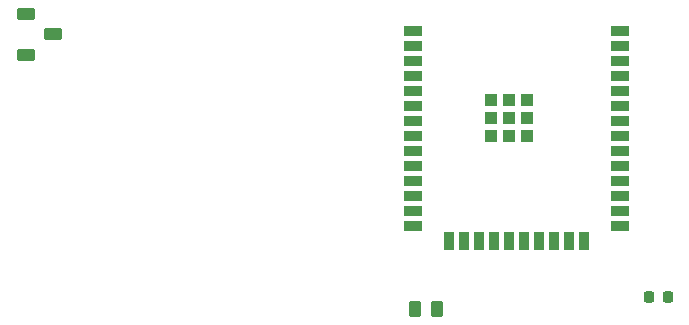
<source format=gbr>
%TF.GenerationSoftware,KiCad,Pcbnew,8.0.8*%
%TF.CreationDate,2025-02-10T17:27:11-08:00*%
%TF.ProjectId,display_pcb,64697370-6c61-4795-9f70-63622e6b6963,rev?*%
%TF.SameCoordinates,Original*%
%TF.FileFunction,Paste,Top*%
%TF.FilePolarity,Positive*%
%FSLAX46Y46*%
G04 Gerber Fmt 4.6, Leading zero omitted, Abs format (unit mm)*
G04 Created by KiCad (PCBNEW 8.0.8) date 2025-02-10 17:27:11*
%MOMM*%
%LPD*%
G01*
G04 APERTURE LIST*
G04 Aperture macros list*
%AMRoundRect*
0 Rectangle with rounded corners*
0 $1 Rounding radius*
0 $2 $3 $4 $5 $6 $7 $8 $9 X,Y pos of 4 corners*
0 Add a 4 corners polygon primitive as box body*
4,1,4,$2,$3,$4,$5,$6,$7,$8,$9,$2,$3,0*
0 Add four circle primitives for the rounded corners*
1,1,$1+$1,$2,$3*
1,1,$1+$1,$4,$5*
1,1,$1+$1,$6,$7*
1,1,$1+$1,$8,$9*
0 Add four rect primitives between the rounded corners*
20,1,$1+$1,$2,$3,$4,$5,0*
20,1,$1+$1,$4,$5,$6,$7,0*
20,1,$1+$1,$6,$7,$8,$9,0*
20,1,$1+$1,$8,$9,$2,$3,0*%
G04 Aperture macros list end*
%ADD10RoundRect,0.250000X-0.550000X0.250000X-0.550000X-0.250000X0.550000X-0.250000X0.550000X0.250000X0*%
%ADD11RoundRect,0.250000X-0.262500X-0.450000X0.262500X-0.450000X0.262500X0.450000X-0.262500X0.450000X0*%
%ADD12RoundRect,0.218750X-0.218750X-0.256250X0.218750X-0.256250X0.218750X0.256250X-0.218750X0.256250X0*%
%ADD13R,1.500000X0.900000*%
%ADD14R,0.900000X1.500000*%
%ADD15R,1.050000X1.050000*%
G04 APERTURE END LIST*
D10*
%TO.C,SW1*%
X84630000Y-120950000D03*
X86930000Y-119200000D03*
X84630000Y-117450000D03*
%TD*%
D11*
%TO.C,R1*%
X117605000Y-142450000D03*
X119430000Y-142450000D03*
%TD*%
D12*
%TO.C,D1*%
X137430000Y-141450000D03*
X139005000Y-141450000D03*
%TD*%
D13*
%TO.C,U1*%
X117430000Y-118950000D03*
X117430000Y-120220000D03*
X117430000Y-121490000D03*
X117430000Y-122760000D03*
X117430000Y-124030000D03*
X117430000Y-125300000D03*
X117430000Y-126570000D03*
X117430000Y-127840000D03*
X117430000Y-129110000D03*
X117430000Y-130380000D03*
X117430000Y-131650000D03*
X117430000Y-132920000D03*
X117430000Y-134190000D03*
X117430000Y-135460000D03*
D14*
X120470000Y-136710000D03*
X121740000Y-136710000D03*
X123010000Y-136710000D03*
X124280000Y-136710000D03*
X125550000Y-136710000D03*
X126820000Y-136710000D03*
X128090000Y-136710000D03*
X129360000Y-136710000D03*
X130630000Y-136710000D03*
X131900000Y-136710000D03*
D13*
X134930000Y-135460000D03*
X134930000Y-134190000D03*
X134930000Y-132920000D03*
X134930000Y-131650000D03*
X134930000Y-130380000D03*
X134930000Y-129110000D03*
X134930000Y-127840000D03*
X134930000Y-126570000D03*
X134930000Y-125300000D03*
X134930000Y-124030000D03*
X134930000Y-122760000D03*
X134930000Y-121490000D03*
X134930000Y-120220000D03*
X134930000Y-118950000D03*
D15*
X123975000Y-124765000D03*
X123975000Y-126290000D03*
X123975000Y-127815000D03*
X125500000Y-124765000D03*
X125500000Y-126290000D03*
X125500000Y-127815000D03*
X127025000Y-124765000D03*
X127025000Y-126290000D03*
X127025000Y-127815000D03*
%TD*%
M02*

</source>
